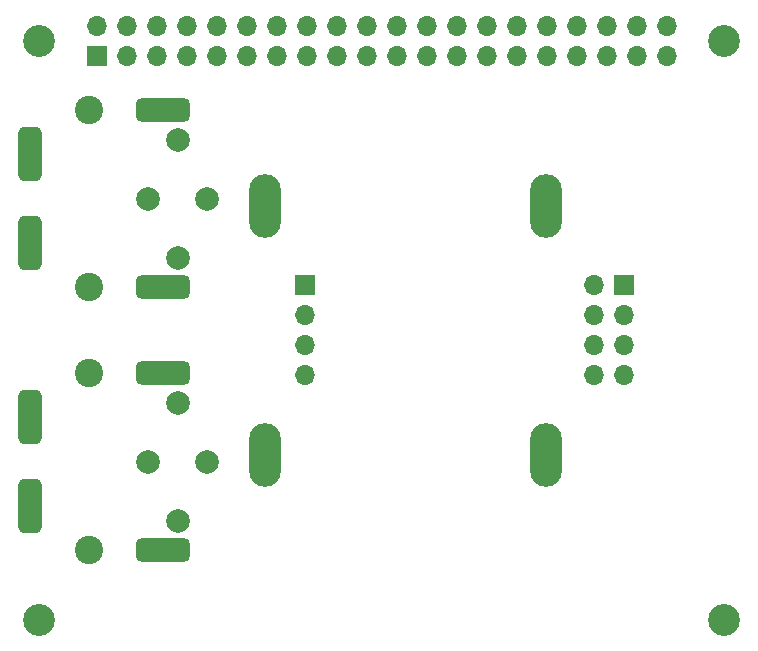
<source format=gbs>
%TF.GenerationSoftware,KiCad,Pcbnew,(6.0.2)*%
%TF.CreationDate,2022-03-15T19:15:36-04:00*%
%TF.ProjectId,Pi1541_Main_Board,50693135-3431-45f4-9d61-696e5f426f61,1.0*%
%TF.SameCoordinates,Original*%
%TF.FileFunction,Soldermask,Bot*%
%TF.FilePolarity,Negative*%
%FSLAX46Y46*%
G04 Gerber Fmt 4.6, Leading zero omitted, Abs format (unit mm)*
G04 Created by KiCad (PCBNEW (6.0.2)) date 2022-03-15 19:15:36*
%MOMM*%
%LPD*%
G01*
G04 APERTURE LIST*
G04 Aperture macros list*
%AMRoundRect*
0 Rectangle with rounded corners*
0 $1 Rounding radius*
0 $2 $3 $4 $5 $6 $7 $8 $9 X,Y pos of 4 corners*
0 Add a 4 corners polygon primitive as box body*
4,1,4,$2,$3,$4,$5,$6,$7,$8,$9,$2,$3,0*
0 Add four circle primitives for the rounded corners*
1,1,$1+$1,$2,$3*
1,1,$1+$1,$4,$5*
1,1,$1+$1,$6,$7*
1,1,$1+$1,$8,$9*
0 Add four rect primitives between the rounded corners*
20,1,$1+$1,$2,$3,$4,$5,0*
20,1,$1+$1,$4,$5,$6,$7,0*
20,1,$1+$1,$6,$7,$8,$9,0*
20,1,$1+$1,$8,$9,$2,$3,0*%
G04 Aperture macros list end*
%ADD10C,2.400000*%
%ADD11RoundRect,0.500000X-1.800000X0.500000X-1.800000X-0.500000X1.800000X-0.500000X1.800000X0.500000X0*%
%ADD12C,2.000000*%
%ADD13RoundRect,0.500000X-0.500000X-1.800000X0.500000X-1.800000X0.500000X1.800000X-0.500000X1.800000X0*%
%ADD14R,1.700000X1.700000*%
%ADD15O,1.700000X1.700000*%
%ADD16C,2.700000*%
%ADD17O,2.700000X5.400000*%
G04 APERTURE END LIST*
D10*
X114725000Y-102641666D03*
X114725000Y-87641666D03*
D11*
X120975000Y-102641666D03*
D12*
X122225000Y-100141666D03*
X119725000Y-95141666D03*
X122225000Y-90141666D03*
D11*
X120975000Y-87641666D03*
D12*
X124725000Y-95141666D03*
D13*
X109725000Y-98891666D03*
X109725000Y-91391666D03*
D14*
X133000000Y-80190000D03*
D15*
X133000000Y-82730000D03*
X133000000Y-85270000D03*
X133000000Y-87810000D03*
D10*
X114725000Y-65358333D03*
X114725000Y-80358333D03*
D11*
X120975000Y-80358333D03*
D12*
X122225000Y-77858333D03*
X119725000Y-72858333D03*
X122225000Y-67858333D03*
D11*
X120975000Y-65358333D03*
D12*
X124725000Y-72858333D03*
D13*
X109725000Y-69108333D03*
X109725000Y-76608333D03*
D16*
X168500000Y-108500000D03*
X110500000Y-108500000D03*
D14*
X160000000Y-80190000D03*
D15*
X157460000Y-80190000D03*
X160000000Y-82730000D03*
X157460000Y-82730000D03*
X160000000Y-85270000D03*
X157460000Y-85270000D03*
X160000000Y-87810000D03*
X157460000Y-87810000D03*
D17*
X153400000Y-94550000D03*
X129600000Y-73450000D03*
X153400000Y-73450000D03*
X129600000Y-94550000D03*
D16*
X110500000Y-59500000D03*
X168500000Y-59500000D03*
D14*
X115370000Y-60770000D03*
D15*
X115370000Y-58230000D03*
X117910000Y-60770000D03*
X117910000Y-58230000D03*
X120450000Y-60770000D03*
X120450000Y-58230000D03*
X122990000Y-60770000D03*
X122990000Y-58230000D03*
X125530000Y-60770000D03*
X125530000Y-58230000D03*
X128070000Y-60770000D03*
X128070000Y-58230000D03*
X130610000Y-60770000D03*
X130610000Y-58230000D03*
X133150000Y-60770000D03*
X133150000Y-58230000D03*
X135690000Y-60770000D03*
X135690000Y-58230000D03*
X138230000Y-60770000D03*
X138230000Y-58230000D03*
X140770000Y-60770000D03*
X140770000Y-58230000D03*
X143310000Y-60770000D03*
X143310000Y-58230000D03*
X145850000Y-60770000D03*
X145850000Y-58230000D03*
X148390000Y-60770000D03*
X148390000Y-58230000D03*
X150930000Y-60770000D03*
X150930000Y-58230000D03*
X153470000Y-60770000D03*
X153470000Y-58230000D03*
X156010000Y-60770000D03*
X156010000Y-58230000D03*
X158550000Y-60770000D03*
X158550000Y-58230000D03*
X161090000Y-60770000D03*
X161090000Y-58230000D03*
X163630000Y-60770000D03*
X163630000Y-58230000D03*
M02*

</source>
